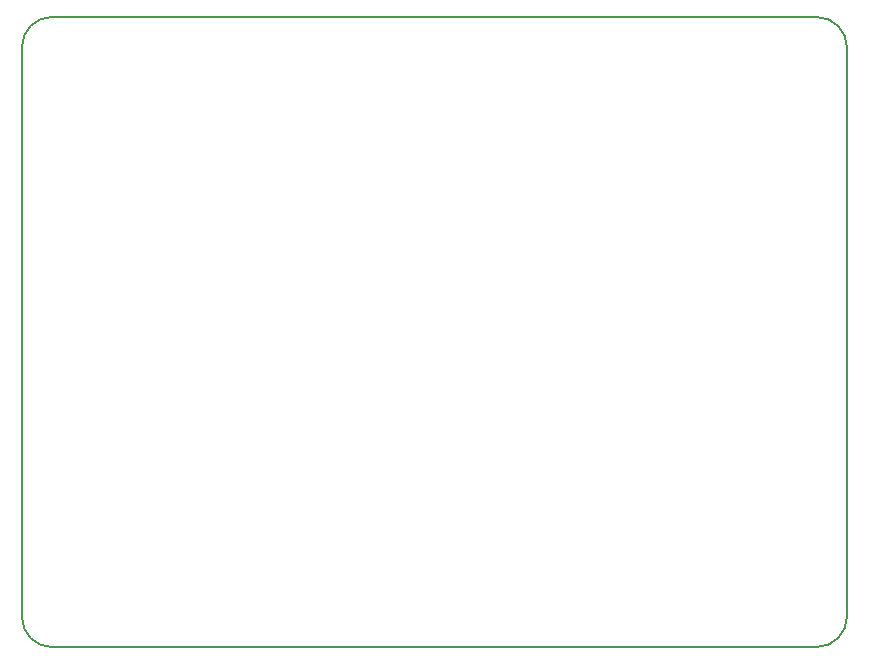
<source format=gbr>
%TF.GenerationSoftware,KiCad,Pcbnew,(5.0.0)*%
%TF.CreationDate,2019-01-27T03:15:10+01:00*%
%TF.ProjectId,AtmegaBreakout,41746D656761427265616B6F75742E6B,rev?*%
%TF.SameCoordinates,Original*%
%TF.FileFunction,Profile,NP*%
%FSLAX46Y46*%
G04 Gerber Fmt 4.6, Leading zero omitted, Abs format (unit mm)*
G04 Created by KiCad (PCBNEW (5.0.0)) date 01/27/19 03:15:10*
%MOMM*%
%LPD*%
G01*
G04 APERTURE LIST*
%ADD10C,0.200000*%
G04 APERTURE END LIST*
D10*
X142240000Y-58420000D02*
X142240000Y-106680000D01*
X74930000Y-55880000D02*
X139700000Y-55880000D01*
X72390000Y-106680000D02*
X72390000Y-58420000D01*
X139700000Y-109220000D02*
X74930000Y-109220000D01*
X72390000Y-58420000D02*
G75*
G02X74930000Y-55880000I2540000J0D01*
G01*
X74930000Y-109220000D02*
G75*
G02X72390000Y-106680000I0J2540000D01*
G01*
X142240000Y-106680000D02*
G75*
G02X139700000Y-109220000I-2540000J0D01*
G01*
X139700000Y-55880000D02*
G75*
G02X142240000Y-58420000I0J-2540000D01*
G01*
M02*

</source>
